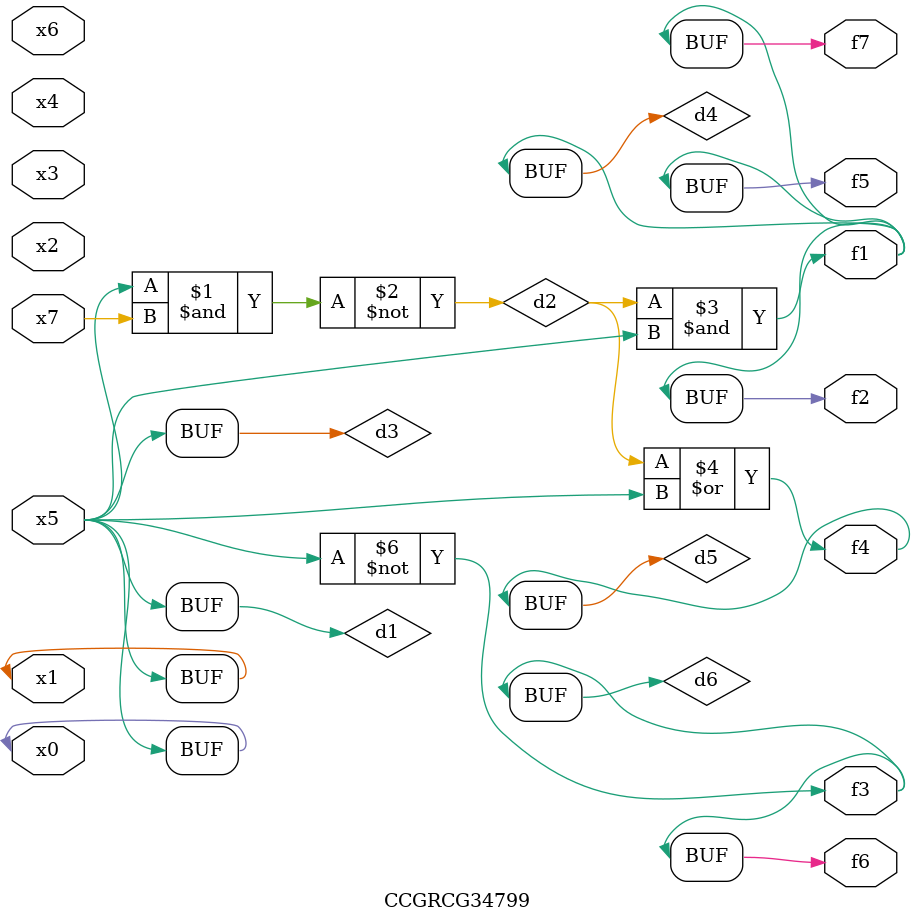
<source format=v>
module CCGRCG34799(
	input x0, x1, x2, x3, x4, x5, x6, x7,
	output f1, f2, f3, f4, f5, f6, f7
);

	wire d1, d2, d3, d4, d5, d6;

	buf (d1, x0, x5);
	nand (d2, x5, x7);
	buf (d3, x0, x1);
	and (d4, d2, d3);
	or (d5, d2, d3);
	nor (d6, d1, d3);
	assign f1 = d4;
	assign f2 = d4;
	assign f3 = d6;
	assign f4 = d5;
	assign f5 = d4;
	assign f6 = d6;
	assign f7 = d4;
endmodule

</source>
